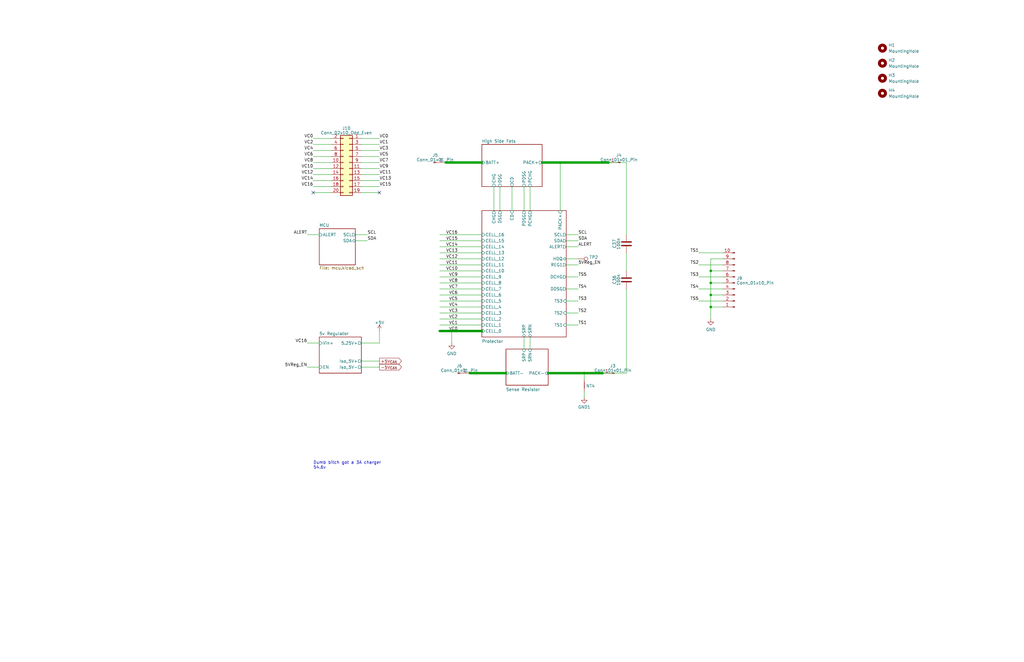
<source format=kicad_sch>
(kicad_sch (version 20230121) (generator eeschema)
  (paper "B")
  (title_block (title "BMS") (date "2022-10-30") (rev "Rev 0") (company "QTech BMS Dept"))
  (lib_symbols
    (symbol "Connector:Conn_01x01_Pin" (pin_names (offset 1.016) hide)
      (property "Reference" "J" (at 0 2.54 0))
      (property "Value" "Conn_01x01_Pin" (at 0 -2.54 0))
      (symbol "Conn_01x01_Pin_1_1"
        (polyline (pts (xy 1.27 0) (xy 0.8636 0)) (stroke (width 0.1524)))
        (rectangle (start 0.8636 0.127) (end 0 -0.127) (stroke (width 0.1524)) (fill (type outline)))
        (pin passive line (at 5.08 0 180) (length 3.81) (name "Pin_1") (number "1"))
      )
    )
    (symbol "Connector:Conn_01x10_Pin" (pin_names (offset 1.016) hide)
      (property "Reference" "J" (at 0 12.7 0))
      (property "Value" "Conn_01x10_Pin" (at 0 -15.24 0))
      (symbol "Conn_01x10_Pin_1_1"
        (polyline (pts (xy 1.27 -12.7) (xy 0.8636 -12.7)) (stroke (width 0.1524)))
        (polyline (pts (xy 1.27 -10.16) (xy 0.8636 -10.16)) (stroke (width 0.1524)))
        (polyline (pts (xy 1.27 -7.62) (xy 0.8636 -7.62)) (stroke (width 0.1524)))
        (polyline (pts (xy 1.27 -5.08) (xy 0.8636 -5.08)) (stroke (width 0.1524)))
        (polyline (pts (xy 1.27 -2.54) (xy 0.8636 -2.54)) (stroke (width 0.1524)))
        (polyline (pts (xy 1.27 0) (xy 0.8636 0)) (stroke (width 0.1524)))
        (polyline (pts (xy 1.27 2.54) (xy 0.8636 2.54)) (stroke (width 0.1524)))
        (polyline (pts (xy 1.27 5.08) (xy 0.8636 5.08)) (stroke (width 0.1524)))
        (polyline (pts (xy 1.27 7.62) (xy 0.8636 7.62)) (stroke (width 0.1524)))
        (polyline (pts (xy 1.27 10.16) (xy 0.8636 10.16)) (stroke (width 0.1524)))
        (rectangle (start 0.8636 -12.573) (end 0 -12.827) (stroke (width 0.1524)) (fill (type outline)))
        (rectangle (start 0.8636 -10.033) (end 0 -10.287) (stroke (width 0.1524)) (fill (type outline)))
        (rectangle (start 0.8636 -7.493) (end 0 -7.747) (stroke (width 0.1524)) (fill (type outline)))
        (rectangle (start 0.8636 -4.953) (end 0 -5.207) (stroke (width 0.1524)) (fill (type outline)))
        (rectangle (start 0.8636 -2.413) (end 0 -2.667) (stroke (width 0.1524)) (fill (type outline)))
        (rectangle (start 0.8636 0.127) (end 0 -0.127) (stroke (width 0.1524)) (fill (type outline)))
        (rectangle (start 0.8636 2.667) (end 0 2.413) (stroke (width 0.1524)) (fill (type outline)))
        (rectangle (start 0.8636 5.207) (end 0 4.953) (stroke (width 0.1524)) (fill (type outline)))
        (rectangle (start 0.8636 7.747) (end 0 7.493) (stroke (width 0.1524)) (fill (type outline)))
        (rectangle (start 0.8636 10.287) (end 0 10.033) (stroke (width 0.1524)) (fill (type outline)))
        (pin passive line (at 5.08 10.16 180) (length 3.81) (name "Pin_1") (number "1"))
        (pin passive line (at 5.08 -12.7 180) (length 3.81) (name "Pin_10") (number "10"))
        (pin passive line (at 5.08 7.62 180) (length 3.81) (name "Pin_2") (number "2"))
        (pin passive line (at 5.08 5.08 180) (length 3.81) (name "Pin_3") (number "3"))
        (pin passive line (at 5.08 2.54 180) (length 3.81) (name "Pin_4") (number "4"))
        (pin passive line (at 5.08 0 180) (length 3.81) (name "Pin_5") (number "5"))
        (pin passive line (at 5.08 -2.54 180) (length 3.81) (name "Pin_6") (number "6"))
        (pin passive line (at 5.08 -5.08 180) (length 3.81) (name "Pin_7") (number "7"))
        (pin passive line (at 5.08 -7.62 180) (length 3.81) (name "Pin_8") (number "8"))
        (pin passive line (at 5.08 -10.16 180) (length 3.81) (name "Pin_9") (number "9"))
      )
    )
    (symbol "Connector:TestPoint" (pin_numbers hide) (pin_names (offset 0.762) hide)
      (property "Reference" "TP" (at 0 6.858 0))
      (property "Value" "TestPoint" (at 0 5.08 0))
      (symbol "TestPoint_0_1"
        (circle (center 0 3.302) (radius 0.762))
      )
      (symbol "TestPoint_1_1"
        (pin passive line (at 0 0 90) (length 2.54) (name "1") (number "1"))
      )
    )
    (symbol "Connector_Generic:Conn_02x10_Odd_Even" (pin_names (offset 1.016) hide)
      (property "Reference" "J" (at 1.27 12.7 0))
      (property "Value" "Conn_02x10_Odd_Even" (at 1.27 -15.24 0))
      (symbol "Conn_02x10_Odd_Even_1_1"
        (rectangle (start -1.27 -12.573) (end 0 -12.827) (stroke (width 0.1524)))
        (rectangle (start -1.27 -10.033) (end 0 -10.287) (stroke (width 0.1524)))
        (rectangle (start -1.27 -7.493) (end 0 -7.747) (stroke (width 0.1524)))
        (rectangle (start -1.27 -4.953) (end 0 -5.207) (stroke (width 0.1524)))
        (rectangle (start -1.27 -2.413) (end 0 -2.667) (stroke (width 0.1524)))
        (rectangle (start -1.27 0.127) (end 0 -0.127) (stroke (width 0.1524)))
        (rectangle (start -1.27 2.667) (end 0 2.413) (stroke (width 0.1524)))
        (rectangle (start -1.27 5.207) (end 0 4.953) (stroke (width 0.1524)))
        (rectangle (start -1.27 7.747) (end 0 7.493) (stroke (width 0.1524)))
        (rectangle (start -1.27 10.287) (end 0 10.033) (stroke (width 0.1524)))
        (rectangle (start -1.27 11.43) (end 3.81 -13.97) (stroke (width 0.254)) (fill (type background)))
        (rectangle (start 3.81 -12.573) (end 2.54 -12.827) (stroke (width 0.1524)))
        (rectangle (start 3.81 -10.033) (end 2.54 -10.287) (stroke (width 0.1524)))
        (rectangle (start 3.81 -7.493) (end 2.54 -7.747) (stroke (width 0.1524)))
        (rectangle (start 3.81 -4.953) (end 2.54 -5.207) (stroke (width 0.1524)))
        (rectangle (start 3.81 -2.413) (end 2.54 -2.667) (stroke (width 0.1524)))
        (rectangle (start 3.81 0.127) (end 2.54 -0.127) (stroke (width 0.1524)))
        (rectangle (start 3.81 2.667) (end 2.54 2.413) (stroke (width 0.1524)))
        (rectangle (start 3.81 5.207) (end 2.54 4.953) (stroke (width 0.1524)))
        (rectangle (start 3.81 7.747) (end 2.54 7.493) (stroke (width 0.1524)))
        (rectangle (start 3.81 10.287) (end 2.54 10.033) (stroke (width 0.1524)))
        (pin passive line (at -5.08 10.16 0) (length 3.81) (name "Pin_1") (number "1"))
        (pin passive line (at 7.62 0 180) (length 3.81) (name "Pin_10") (number "10"))
        (pin passive line (at -5.08 -2.54 0) (length 3.81) (name "Pin_11") (number "11"))
        (pin passive line (at 7.62 -2.54 180) (length 3.81) (name "Pin_12") (number "12"))
        (pin passive line (at -5.08 -5.08 0) (length 3.81) (name "Pin_13") (number "13"))
        (pin passive line (at 7.62 -5.08 180) (length 3.81) (name "Pin_14") (number "14"))
        (pin passive line (at -5.08 -7.62 0) (length 3.81) (name "Pin_15") (number "15"))
        (pin passive line (at 7.62 -7.62 180) (length 3.81) (name "Pin_16") (number "16"))
        (pin passive line (at -5.08 -10.16 0) (length 3.81) (name "Pin_17") (number "17"))
        (pin passive line (at 7.62 -10.16 180) (length 3.81) (name "Pin_18") (number "18"))
        (pin passive line (at -5.08 -12.7 0) (length 3.81) (name "Pin_19") (number "19"))
        (pin passive line (at 7.62 10.16 180) (length 3.81) (name "Pin_2") (number "2"))
        (pin passive line (at 7.62 -12.7 180) (length 3.81) (name "Pin_20") (number "20"))
        (pin passive line (at -5.08 7.62 0) (length 3.81) (name "Pin_3") (number "3"))
        (pin passive line (at 7.62 7.62 180) (length 3.81) (name "Pin_4") (number "4"))
        (pin passive line (at -5.08 5.08 0) (length 3.81) (name "Pin_5") (number "5"))
        (pin passive line (at 7.62 5.08 180) (length 3.81) (name "Pin_6") (number "6"))
        (pin passive line (at -5.08 2.54 0) (length 3.81) (name "Pin_7") (number "7"))
        (pin passive line (at 7.62 2.54 180) (length 3.81) (name "Pin_8") (number "8"))
        (pin passive line (at -5.08 0 0) (length 3.81) (name "Pin_9") (number "9"))
      )
    )
    (symbol "Device:C" (pin_numbers hide) (pin_names (offset 0.254))
      (property "Reference" "C" (at 0.635 2.54 0))
      (property "Value" "C" (at 0.635 -2.54 0))
      (symbol "C_0_1"
        (polyline (pts (xy -2.032 -0.762) (xy 2.032 -0.762)) (stroke (width 0.508)))
        (polyline (pts (xy -2.032 0.762) (xy 2.032 0.762)) (stroke (width 0.508)))
      )
      (symbol "C_1_1"
        (pin passive line (at 0 3.81 270) (length 2.794) (name "~") (number "1"))
        (pin passive line (at 0 -3.81 90) (length 2.794) (name "~") (number "2"))
      )
    )
    (symbol "Device:NetTie_2" (pin_numbers hide) (pin_names (offset 0) hide)
      (property "Reference" "NT" (at 0 1.27 0))
      (property "Value" "NetTie_2" (at 0 -1.27 0))
      (symbol "NetTie_2_0_1"
        (polyline (pts (xy -1.27 0) (xy 1.27 0)) (stroke (width 0.254)))
      )
      (symbol "NetTie_2_1_1"
        (pin passive line (at -2.54 0 0) (length 2.54) (name "1") (number "1"))
        (pin passive line (at 2.54 0 180) (length 2.54) (name "2") (number "2"))
      )
    )
    (symbol "Mechanical:MountingHole" (pin_names (offset 1.016))
      (property "Reference" "H" (at 0 5.08 0))
      (property "Value" "MountingHole" (at 0 3.175 0))
      (symbol "MountingHole_0_1"
        (circle (center 0 0) (radius 1.27) (stroke (width 1.27)))
      )
    )
    (symbol "power:+5V" (power) (pin_names (offset 0))
      (property "Value" "+5V" (at 0 3.556 0))
      (symbol "+5V_0_1"
        (polyline (pts (xy -0.762 1.27) (xy 0 2.54)))
        (polyline (pts (xy 0 0) (xy 0 2.54)))
        (polyline (pts (xy 0 2.54) (xy 0.762 1.27)))
      )
      (symbol "+5V_1_1"
        (pin power_in line (at 0 0 90) (length 0) hide (name "+5V") (number "1"))
      )
    )
    (symbol "power:GND" (power) (pin_names (offset 0))
      (property "Value" "GND" (at 0 -3.81 0))
      (symbol "GND_0_1"
        (polyline (pts (xy 0 0) (xy 0 -1.27) (xy 1.27 -1.27) (xy 0 -2.54) (xy -1.27 -1.27) (xy 0 -1.27)))
      )
      (symbol "GND_1_1"
        (pin power_in line (at 0 0 270) (length 0) hide (name "GND") (number "1"))
      )
    )
    (symbol "power:GND1" (power) (pin_names (offset 0))
      (property "Value" "GND1" (at 0 -3.81 0))
      (symbol "GND1_0_1"
        (polyline (pts (xy 0 0) (xy 0 -1.27) (xy 1.27 -1.27) (xy 0 -2.54) (xy -1.27 -1.27) (xy 0 -1.27)))
      )
      (symbol "GND1_1_1"
        (pin power_in line (at 0 0 270) (length 0) hide (name "GND1") (number "1"))
      )
    )
  )
  (junction (at 236.22 68.58))
  (junction (at 299.72 129.54))
  (junction (at 299.72 119.38))
  (junction (at 256.54 68.58))
  (junction (at 254 157.48))
  (junction (at 190.5 139.7))
  (junction (at 299.72 114.3))
  (junction (at 299.72 124.46))
  (junction (at 246.38 157.48))
  (no_connect (at 132.08 81.28))
  (no_connect (at 160.02 81.28))
  (wire (pts (xy 210.82 78.74) (xy 210.82 88.9)))
  (wire (pts (xy 134.62 154.94) (xy 129.54 154.94)))
  (wire (pts (xy 152.4 63.5) (xy 160.02 63.5)))
  (wire (pts (xy 304.8 121.92) (xy 294.64 121.92)))
  (wire (pts (xy 304.8 106.68) (xy 294.64 106.68)))
  (wire (pts (xy 299.72 119.38) (xy 299.72 114.3)))
  (wire (pts (xy 220.98 78.74) (xy 220.98 88.9)))
  (wire (pts (xy 223.52 142.24) (xy 223.52 147.32)))
  (wire (pts (xy 185.42 137.16) (xy 203.2 137.16)))
  (wire (pts (xy 185.42 129.54) (xy 203.2 129.54)))
  (wire (pts (xy 246.38 157.48) (xy 254 157.48)) (stroke (width 1)))
  (wire (pts (xy 185.42 134.62) (xy 203.2 134.62)))
  (wire (pts (xy 185.42 111.76) (xy 203.2 111.76)))
  (wire (pts (xy 160.02 139.7) (xy 160.02 144.78)))
  (wire (pts (xy 129.54 144.78) (xy 134.62 144.78)))
  (wire (pts (xy 246.38 157.48) (xy 246.38 160.02)))
  (wire (pts (xy 152.4 152.4) (xy 160.02 152.4)))
  (wire (pts (xy 238.76 121.92) (xy 243.84 121.92)))
  (wire (pts (xy 132.08 73.66) (xy 139.7 73.66)))
  (wire (pts (xy 185.42 139.7) (xy 190.5 139.7)) (stroke (width 1)))
  (wire (pts (xy 132.08 71.12) (xy 139.7 71.12)))
  (wire (pts (xy 238.76 109.22) (xy 243.84 109.22)))
  (wire (pts (xy 238.76 137.16) (xy 243.84 137.16)))
  (wire (pts (xy 264.16 157.48) (xy 264.16 121.92)))
  (wire (pts (xy 299.72 124.46) (xy 304.8 124.46)))
  (wire (pts (xy 185.42 124.46) (xy 203.2 124.46)))
  (wire (pts (xy 132.08 68.58) (xy 139.7 68.58)))
  (wire (pts (xy 190.5 139.7) (xy 203.2 139.7)) (stroke (width 1)))
  (wire (pts (xy 152.4 154.94) (xy 160.02 154.94)))
  (wire (pts (xy 236.22 68.58) (xy 256.54 68.58)) (stroke (width 1)))
  (wire (pts (xy 149.86 99.06) (xy 154.94 99.06)))
  (wire (pts (xy 185.42 101.6) (xy 203.2 101.6)))
  (wire (pts (xy 187.96 68.58) (xy 203.2 68.58)) (stroke (width 1)))
  (wire (pts (xy 304.8 127) (xy 294.64 127)))
  (wire (pts (xy 231.14 157.48) (xy 246.38 157.48)) (stroke (width 1)))
  (wire (pts (xy 238.76 132.08) (xy 243.84 132.08)))
  (wire (pts (xy 132.08 81.28) (xy 139.7 81.28)))
  (wire (pts (xy 299.72 124.46) (xy 299.72 119.38)))
  (wire (pts (xy 185.42 116.84) (xy 203.2 116.84)))
  (wire (pts (xy 294.6612 111.76) (xy 304.8 111.76)))
  (wire (pts (xy 134.62 99.06) (xy 129.54 99.06)))
  (wire (pts (xy 264.16 68.58) (xy 264.16 99.06)))
  (wire (pts (xy 238.76 104.14) (xy 243.84 104.14)))
  (wire (pts (xy 238.76 116.84) (xy 243.84 116.84)))
  (wire (pts (xy 220.98 142.24) (xy 220.98 147.32)))
  (wire (pts (xy 185.42 109.22) (xy 203.2 109.22)))
  (wire (pts (xy 223.52 78.74) (xy 223.52 88.9)))
  (wire (pts (xy 185.42 127) (xy 203.2 127)))
  (wire (pts (xy 132.08 78.74) (xy 139.7 78.74)))
  (wire (pts (xy 185.42 121.92) (xy 203.2 121.92)))
  (wire (pts (xy 152.4 68.58) (xy 160.02 68.58)))
  (wire (pts (xy 152.4 78.74) (xy 160.02 78.74)))
  (wire (pts (xy 299.72 114.3) (xy 304.8 114.3)))
  (wire (pts (xy 264.16 157.48) (xy 254 157.48)))
  (wire (pts (xy 132.08 60.96) (xy 139.7 60.96)))
  (wire (pts (xy 132.08 76.2) (xy 139.7 76.2)))
  (wire (pts (xy 246.38 165.1) (xy 246.38 167.64)))
  (wire (pts (xy 299.72 134.62) (xy 299.72 129.54)))
  (wire (pts (xy 132.08 58.42) (xy 139.7 58.42)))
  (wire (pts (xy 228.6 68.58) (xy 236.22 68.58)) (stroke (width 1)))
  (wire (pts (xy 299.72 114.3) (xy 299.72 109.22)))
  (wire (pts (xy 238.76 99.06) (xy 243.84 99.06)))
  (wire (pts (xy 304.8 116.84) (xy 294.64 116.84)))
  (wire (pts (xy 132.08 66.04) (xy 139.7 66.04)))
  (wire (pts (xy 132.08 63.5) (xy 139.7 63.5)))
  (wire (pts (xy 264.16 114.3) (xy 264.16 106.68)))
  (wire (pts (xy 152.4 66.04) (xy 160.02 66.04)))
  (wire (pts (xy 299.72 129.54) (xy 304.8 129.54)))
  (wire (pts (xy 238.76 111.76) (xy 243.84 111.76)))
  (wire (pts (xy 185.42 104.14) (xy 203.2 104.14)))
  (wire (pts (xy 198.12 157.48) (xy 213.36 157.48)) (stroke (width 1)))
  (wire (pts (xy 152.4 73.66) (xy 160.02 73.66)))
  (wire (pts (xy 152.4 76.2) (xy 160.02 76.2)))
  (wire (pts (xy 190.5 139.7) (xy 190.5 144.78)))
  (wire (pts (xy 299.72 109.22) (xy 304.8 109.22)))
  (wire (pts (xy 149.86 101.6) (xy 154.94 101.6)))
  (wire (pts (xy 264.16 68.58) (xy 256.54 68.58)))
  (wire (pts (xy 185.42 114.3) (xy 203.2 114.3)))
  (wire (pts (xy 152.4 60.96) (xy 160.02 60.96)))
  (wire (pts (xy 238.76 101.6) (xy 243.84 101.6)))
  (wire (pts (xy 299.72 129.54) (xy 299.72 124.46)))
  (wire (pts (xy 152.4 144.78) (xy 160.02 144.78)))
  (wire (pts (xy 185.42 99.06) (xy 203.2 99.06)))
  (wire (pts (xy 238.76 127) (xy 243.84 127)))
  (wire (pts (xy 251.46 157.48) (xy 254 157.48)))
  (wire (pts (xy 185.42 119.38) (xy 203.2 119.38)))
  (wire (pts (xy 185.42 132.08) (xy 203.2 132.08)))
  (wire (pts (xy 208.28 78.74) (xy 208.28 88.9)))
  (wire (pts (xy 299.72 119.38) (xy 304.8 119.38)))
  (wire (pts (xy 152.4 81.28) (xy 160.02 81.28)))
  (wire (pts (xy 152.4 71.12) (xy 160.02 71.12)))
  (wire (pts (xy 215.9 78.74) (xy 215.9 88.9)))
  (wire (pts (xy 236.22 68.58) (xy 236.22 88.9)))
  (wire (pts (xy 152.4 58.42) (xy 160.02 58.42)))
  (wire (pts (xy 185.42 106.68) (xy 203.2 106.68)))
  (text "Dumb bitch got a 3A charger\n54.6v" (at 132.08 198.12 0) (effects (font (size 1.27 1.27)) (justify left bottom)))
  (label "VC12" (at 132.08 73.66 180))
  (label "SCL" (at 154.94 99.06 0))
  (label "VC7" (at 193.04 121.92 180))
  (label "VC14" (at 132.08 76.2 180))
  (label "VC7" (at 160.02 68.58 0))
  (label "VC14" (at 193.04 104.14 180))
  (label "TS4" (at 243.84 121.92 0))
  (label "VC6" (at 132.08 66.04 180))
  (label "VC10" (at 132.08 71.12 180))
  (label "VC13" (at 193.04 106.68 180))
  (label "VC16" (at 193.04 99.06 180))
  (label "VC5" (at 193.04 127 180))
  (label "VC13" (at 160.02 76.2 0))
  (label "TS5" (at 243.84 116.84 0))
  (label "VC6" (at 193.04 124.46 180))
  (label "ALERT" (at 129.54 99.06 180))
  (label "VC4" (at 132.08 63.5 180))
  (label "TS5" (at 294.64 127 180))
  (label "5VReg_EN" (at 243.84 111.76 0))
  (label "VC15" (at 160.02 78.74 0))
  (label "VC3" (at 160.02 63.5 0))
  (label "VC16" (at 129.54 144.78 180))
  (label "VC5" (at 160.02 66.04 0))
  (label "VC9" (at 193.04 116.84 180))
  (label "VC0" (at 193.04 139.7 180))
  (label "VC0" (at 160.02 58.42 0))
  (label "SDA" (at 243.84 101.6 0))
  (label "VC2" (at 193.04 134.62 180))
  (label "VC1" (at 160.02 60.96 0))
  (label "VC8" (at 132.08 68.58 180))
  (label "5VReg_EN" (at 129.54 154.94 180))
  (label "ALERT" (at 243.84 104.14 0))
  (label "VC9" (at 160.02 71.12 0))
  (label "VC1" (at 193.04 137.16 180))
  (label "VC10" (at 193.04 114.3 180))
  (label "VC16" (at 132.08 78.74 180))
  (label "TS2" (at 243.8188 132.08 0))
  (label "VC8" (at 193.04 119.38 180))
  (label "TS3" (at 294.64 116.84 180))
  (label "SCL" (at 243.84 99.06 0))
  (label "TS1" (at 243.84 137.16 0))
  (label "VC2" (at 132.08 60.96 180))
  (label "VC0" (at 132.08 58.42 180))
  (label "TS2" (at 294.6612 111.76 180))
  (label "VC12" (at 193.04 109.22 180))
  (label "SDA" (at 154.94 101.6 0))
  (label "VC4" (at 193.04 129.54 180))
  (label "VC11" (at 160.02 73.66 0))
  (label "TS1" (at 294.64 106.68 180))
  (label "TS4" (at 294.64 121.92 180))
  (label "VC11" (at 193.04 111.76 180))
  (label "TS3" (at 243.84 127 0))
  (label "VC3" (at 193.04 132.08 180))
  (label "VC15" (at 193.04 101.6 180))
  (global_label "-5V_{CAN}" (shape output) (at 160.02 154.94 0) (property "Intersheetrefs" "${INTERSHEET_REFS}" (effects hide)))
  (global_label "+5V_{CAN}" (shape output) (at 160.02 152.4 0) (property "Intersheetrefs" "${INTERSHEET_REFS}" (effects hide)))
  (symbol (lib_id "power:GND") (at 299.72 134.62 0) (unit 1)
    (property "Reference" "#PWR011" (effects hide))
    (property "Value" "GND" (at 299.72 139.0634 0))
  )
  (symbol (lib_id "Connector:Conn_01x01_Pin") (at 261.62 68.58 180) (unit 1)
    (property "Reference" "J4" (at 260.985 65.4939 0))
    (property "Value" "Conn_01x01_Pin" (at 260.985 67.4149 0))
    (property "Footprint" "qtech:WP-BUFU" (effects hide))
    (property "Mouser" "https://www.mouser.com/ProductDetail/Wurth-Elektronik/7461147?qs=lykWx4dhCCFKh%2FOXLICUqQ%3D%3D" (effects hide))
    (property "Part Number" "7461147" (effects hide))
    (property "Rating" "180A" (effects hide))
  )
  (symbol (lib_id "power:+5V") (at 160.02 139.7 0) (unit 1)
    (property "Reference" "#PWR01" (effects hide))
    (property "Value" "+5V" (at 160.02 136.1242 0))
  )
  (symbol (lib_id "Connector:Conn_01x01_Pin") (at 193.04 157.48 0) (unit 1)
    (property "Reference" "J6" (at 193.675 154.3939 0))
    (property "Value" "Conn_01x01_Pin" (at 193.675 156.3149 0))
    (property "Footprint" "qtech:WP-BUFU" (effects hide))
    (property "Mouser" "https://www.mouser.com/ProductDetail/Wurth-Elektronik/7461147?qs=lykWx4dhCCFKh%2FOXLICUqQ%3D%3D" (effects hide))
    (property "Part Number" "7461147" (effects hide))
    (property "Rating" "180A" (effects hide))
  )
  (symbol (lib_id "Connector:Conn_01x10_Pin") (at 309.88 119.38 180) (unit 1)
    (property "Reference" "J9" (at 310.5912 117.4663 0) (effects (justify right)))
    (property "Value" "Conn_01x10_Pin" (at 310.5912 119.3873 0) (effects (justify right)))
    (property "Footprint" "Connector_PinHeader_2.00mm:PinHeader_1x10_P2.00mm_Horizontal" (effects hide))
  )
  (symbol (lib_id "Connector:TestPoint") (at 243.84 109.22 270) (unit 1)
    (property "Reference" "TP2" (at 248.539 108.5763 90) (effects (justify left)))
    (property "Value" "HDQ" (effects hide))
    (property "Footprint" "TestPoint:TestPoint_Pad_D1.5mm" (effects hide))
  )
  (symbol (lib_id "Mechanical:MountingHole") (at 372.11 39.37 0) (unit 1)
    (property "Reference" "H4" (at 374.65 38.1 0) (effects (justify left)))
    (property "Value" "MountingHole" (at 374.65 40.64 0) (effects (justify left)))
    (property "Footprint" "MountingHole:MountingHole_3.2mm_M3_Pad" (effects hide))
  )
  (symbol (lib_id "Connector:Conn_01x01_Pin") (at 182.88 68.58 0) (unit 1)
    (property "Reference" "J5" (at 183.515 65.4939 0))
    (property "Value" "Conn_01x01_Pin" (at 183.515 67.4149 0))
    (property "Footprint" "qtech:WP-BUFU" (effects hide))
    (property "Mouser" "https://www.mouser.com/ProductDetail/Wurth-Elektronik/7461147?qs=lykWx4dhCCFKh%2FOXLICUqQ%3D%3D" (effects hide))
    (property "Part Number" "7461147" (effects hide))
    (property "Rating" "180A" (effects hide))
  )
  (symbol (lib_id "power:GND") (at 190.5 144.78 0) (unit 1)
    (property "Reference" "#PWR02" (effects hide))
    (property "Value" "GND" (at 190.5 149.2234 0))
  )
  (symbol (lib_id "Mechanical:MountingHole") (at 372.11 20.32 0) (unit 1)
    (property "Reference" "H1" (at 374.65 19.05 0) (effects (justify left)))
    (property "Value" "MountingHole" (at 374.65 21.59 0) (effects (justify left)))
    (property "Footprint" "MountingHole:MountingHole_3.2mm_M3_Pad" (effects hide))
  )
  (symbol (lib_id "Device:C") (at 264.16 102.87 180) (unit 1)
    (property "Reference" "C37" (at 259.08 102.87 90))
    (property "Value" "100n" (at 260.8381 102.87 90))
    (property "Footprint" "Capacitor_SMD:C_0603_1608Metric" (effects hide))
    (property "Datasheet" "https://www.mouser.com/datasheet/2/585/MLCC-1837944.pdf" (effects hide))
    (property "Mouser" "https://www.mouser.com/ProductDetail/Samsung-Electro-Mechanics/CL10B104KC8NNNC?qs=sGAEpiMZZMs7ZEmUmaUL04Db8I7WfOR7JJmoHv2C8bjtz8qZ9HJqbw%3D%3D" (effects hide))
    (property "Part Number" "CL10B104KC8NNNC" (effects hide))
    (property "Rating" "100V" (effects hide))
  )
  (symbol (lib_id "Device:NetTie_2") (at 246.38 162.56 270) (unit 1)
    (property "Reference" "NT4" (at 247.142 162.8768 90) (effects (justify left)))
    (property "Value" "NetTie_2" (effects hide))
    (property "Footprint" "NetTie:NetTie-2_SMD_Pad0.5mm" (effects hide))
  )
  (symbol (lib_id "power:GND1") (at 246.38 167.64 0) (unit 1)
    (property "Reference" "#PWR010" (effects hide))
    (property "Value" "GND1" (at 246.38 171.7755 0))
  )
  (symbol (lib_id "Connector:Conn_01x01_Pin") (at 259.08 157.48 180) (unit 1)
    (property "Reference" "J3" (at 258.445 154.3939 0))
    (property "Value" "Conn_01x01_Pin" (at 258.445 156.3149 0))
    (property "Footprint" "qtech:WP-BUFU" (effects hide))
    (property "Mouser" "https://www.mouser.com/ProductDetail/Wurth-Elektronik/7461147?qs=lykWx4dhCCFKh%2FOXLICUqQ%3D%3D" (effects hide))
    (property "Part Number" "7461147" (effects hide))
    (property "Rating" "180A" (effects hide))
  )
  (symbol (lib_id "Device:C") (at 264.16 118.11 180) (unit 1)
    (property "Reference" "C36" (at 259.08 118.11 90))
    (property "Value" "100n" (at 260.8381 118.11 90))
    (property "Footprint" "Capacitor_SMD:C_0603_1608Metric" (effects hide))
    (property "Datasheet" "https://www.mouser.com/datasheet/2/585/MLCC-1837944.pdf" (effects hide))
    (property "Mouser" "https://www.mouser.com/ProductDetail/Samsung-Electro-Mechanics/CL10B104KC8NNNC?qs=sGAEpiMZZMs7ZEmUmaUL04Db8I7WfOR7JJmoHv2C8bjtz8qZ9HJqbw%3D%3D" (effects hide))
    (property "Part Number" "CL10B104KC8NNNC" (effects hide))
    (property "Rating" "100V" (effects hide))
  )
  (symbol (lib_id "Mechanical:MountingHole") (at 372.11 33.02 0) (unit 1)
    (property "Reference" "H3" (at 374.65 31.75 0) (effects (justify left)))
    (property "Value" "MountingHole" (at 374.65 34.29 0) (effects (justify left)))
    (property "Footprint" "MountingHole:MountingHole_3.2mm_M3_Pad" (effects hide))
  )
  (symbol (lib_id "Mechanical:MountingHole") (at 372.11 26.67 0) (unit 1)
    (property "Reference" "H2" (at 374.65 25.4 0) (effects (justify left)))
    (property "Value" "MountingHole" (at 374.65 27.94 0) (effects (justify left)))
    (property "Footprint" "MountingHole:MountingHole_3.2mm_M3_Pad" (effects hide))
  )
  (symbol (lib_id "Connector_Generic:Conn_02x10_Odd_Even") (at 147.32 68.58 0) (mirror y) (unit 1)
    (property "Reference" "J10" (at 146.05 54.1401 0))
    (property "Value" "Conn_02x10_Odd_Even" (at 146.05 56.0611 0))
    (property "Footprint" "Connector_PinHeader_2.54mm:PinHeader_2x10_P2.54mm_Horizontal" (effects hide))
  )
  (sheet (at 134.62 96.52) (size 15.24 15.24) (stroke (width 0.1524))
    (property "Sheetname" "MCU" (at 134.62 95.8084 0) (effects (justify left bottom)))
    (property "Sheetfile" "mcu.kicad_sch" (at 134.62 112.3446 0) (effects (justify left top)))
    (pin "SCL" output (at 149.86 99.06 0))
    (pin "SDA" bidirectional (at 149.86 101.6 0))
    (pin "ALERT" input (at 134.62 99.06 180))
  )
  (sheet (at 203.2 60.96) (size 25.4 17.78) (stroke (width 0.1524))
    (property "Sheetname" "High Side Fets" (at 203.2 60.325 0) (effects (justify left bottom)))
    (property "Sheetfile" "high_side.kicad_sch" (effects hide))
    (pin "CHG" input (at 208.28 78.74 270))
    (pin "DSG" input (at 210.82 78.74 270))
    (pin "PACK+" output (at 228.6 68.58 0))
    (pin "BATT+" input (at 203.2 68.58 180))
    (pin "CD" output (at 215.9 78.74 270))
    (pin "PDSG" input (at 220.98 78.74 270))
    (pin "PCHG" input (at 223.52 78.74 270))
  )
  (sheet (at 134.62 142.24) (size 17.78 15.24) (stroke (width 0.1524))
    (property "Sheetname" "5v Regulator" (at 134.62 141.5284 0) (effects (justify left bottom)))
    (property "Sheetfile" "mcu_power.kicad_sch" (effects hide))
    (pin "Vin+" input (at 134.62 144.78 180))
    (pin "EN" input (at 134.62 154.94 180))
    (pin "Iso_5V+" output (at 152.4 152.4 0))
    (pin "Iso_5V-" output (at 152.4 154.94 0))
    (pin "5.25V+" output (at 152.4 144.78 0))
  )
  (sheet (at 213.36 147.32) (size 17.78 15.24) (stroke (width 0.1524))
    (property "Sheetname" "Sense Resistor" (at 213.36 165.1 0) (effects (justify left bottom)))
    (property "Sheetfile" "sense_resistor.kicad_sch" (effects hide))
    (pin "BATT-" input (at 213.36 157.48 180))
    (pin "PACK-" input (at 231.14 157.48 0))
    (pin "SRP" input (at 220.98 147.32 90))
    (pin "SRN" input (at 223.52 147.32 90))
  )
  (sheet (at 203.2 88.9) (size 35.56 53.34) (stroke (width 0.1524))
    (property "Sheetname" "Protector" (at 203.2 144.78 0) (effects (justify left bottom)))
    (property "Sheetfile" "protector.kicad_sch" (effects hide))
    (pin "CHG" output (at 208.28 88.9 90))
    (pin "DSG" output (at 210.82 88.9 90))
    (pin "CELL_0" input (at 203.2 139.7 180))
    (pin "CELL_1" input (at 203.2 137.16 180))
    (pin "CELL_2" input (at 203.2 134.62 180))
    (pin "CELL_3" input (at 203.2 132.08 180))
    (pin "CELL_4" input (at 203.2 129.54 180))
    (pin "CELL_5" input (at 203.2 127 180))
    (pin "SRP" bidirectional (at 220.98 142.24 270))
    (pin "SRN" bidirectional (at 223.52 142.24 270))
    (pin "CELL_6" input (at 203.2 124.46 180))
    (pin "CELL_7" input (at 203.2 121.92 180))
    (pin "TS2" input (at 238.76 132.08 0))
    (pin "TS3" input (at 238.76 127 0))
    (pin "SDA" output (at 238.76 101.6 0))
    (pin "ALERT" output (at 238.76 104.14 0))
    (pin "TS1" input (at 238.76 137.16 0))
    (pin "SCL" output (at 238.76 99.06 0))
    (pin "CELL_15" input (at 203.2 101.6 180))
    (pin "CELL_14" input (at 203.2 104.14 180))
    (pin "CELL_12" input (at 203.2 109.22 180))
    (pin "CELL_13" input (at 203.2 106.68 180))
    (pin "CELL_10" input (at 203.2 114.3 180))
    (pin "CELL_9" input (at 203.2 116.84 180))
    (pin "CELL_8" input (at 203.2 119.38 180))
    (pin "CELL_11" input (at 203.2 111.76 180))
    (pin "HDQ" bidirectional (at 238.76 109.22 0))
    (pin "PACK+" input (at 236.22 88.9 90))
    (pin "PDSG" output (at 220.98 88.9 90))
    (pin "PCHG" output (at 223.52 88.9 90))
    (pin "CELL_16" input (at 203.2 99.06 180))
    (pin "CD" input (at 215.9 88.9 90))
    (pin "DDSG" output (at 238.76 121.92 0))
    (pin "DCHG" output (at 238.76 116.84 0))
    (pin "REG1" output (at 238.76 111.76 0))
  )
)
</source>
